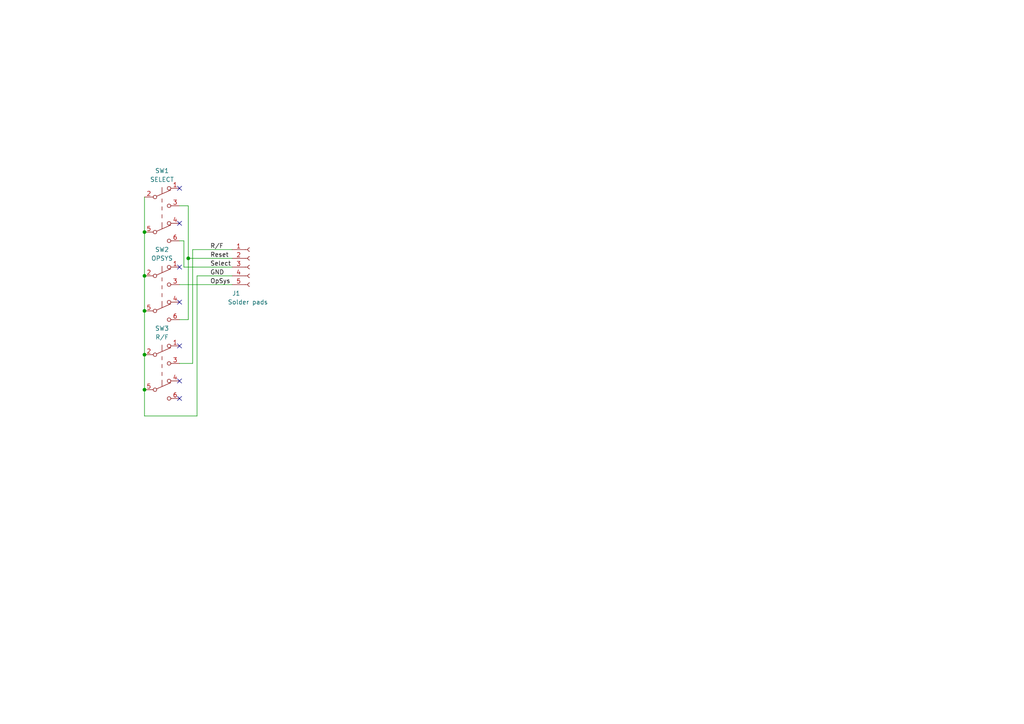
<source format=kicad_sch>
(kicad_sch (version 20211123) (generator eeschema)
  (paper "A4")
  (lib_symbols
    (symbol "Connector:Conn_01x05_Female" (pin_names (offset 1.016) hide)
      (property "Reference" "J" (at 0 7.62 0))
      (property "Value" "Conn_01x05_Female" (at 0 -7.62 0))
      (symbol "Conn_01x05_Female_1_1"
        (arc (start 0 -4.572) (mid -0.508 -5.08) (end 0 -5.588) (stroke (width 0.1524)))
        (arc (start 0 -2.032) (mid -0.508 -2.54) (end 0 -3.048) (stroke (width 0.1524)))
        (polyline (pts (xy -1.27 -5.08) (xy -0.508 -5.08)) (stroke (width 0.1524)))
        (polyline (pts (xy -1.27 -2.54) (xy -0.508 -2.54)) (stroke (width 0.1524)))
        (polyline (pts (xy -1.27 0) (xy -0.508 0)) (stroke (width 0.1524)))
        (polyline (pts (xy -1.27 2.54) (xy -0.508 2.54)) (stroke (width 0.1524)))
        (polyline (pts (xy -1.27 5.08) (xy -0.508 5.08)) (stroke (width 0.1524)))
        (arc (start 0 0.508) (mid -0.508 0) (end 0 -0.508) (stroke (width 0.1524)))
        (arc (start 0 3.048) (mid -0.508 2.54) (end 0 2.032) (stroke (width 0.1524)))
        (arc (start 0 5.588) (mid -0.508 5.08) (end 0 4.572) (stroke (width 0.1524)))
        (pin passive line (at -5.08 5.08 0) (length 3.81) (name "Pin_1") (number "1"))
        (pin passive line (at -5.08 2.54 0) (length 3.81) (name "Pin_2") (number "2"))
        (pin passive line (at -5.08 0 0) (length 3.81) (name "Pin_3") (number "3"))
        (pin passive line (at -5.08 -2.54 0) (length 3.81) (name "Pin_4") (number "4"))
        (pin passive line (at -5.08 -5.08 0) (length 3.81) (name "Pin_5") (number "5"))
      )
    )
    (symbol "Switch:SW_Push_DPDT" (pin_names (offset 0) hide)
      (property "Reference" "SW" (at 0 8.89 0))
      (property "Value" "SW_Push_DPDT" (at 0 -10.16 0))
      (symbol "SW_Push_DPDT_0_0"
        (circle (center -2.032 -5.08) (radius 0.508))
        (circle (center -2.032 5.08) (radius 0.508))
        (circle (center 2.032 -7.62) (radius 0.508))
        (circle (center 2.032 2.54) (radius 0.508))
      )
      (symbol "SW_Push_DPDT_0_1"
        (polyline (pts (xy -1.524 -4.826) (xy 2.54 -3.048)))
        (polyline (pts (xy -1.524 5.334) (xy 2.54 7.112)))
        (polyline (pts (xy 0 -2.286) (xy 0 -4.064)))
        (polyline (pts (xy 0 -1.016) (xy 0 0)))
        (polyline (pts (xy 0 1.27) (xy 0 2.286)))
        (polyline (pts (xy 0 3.556) (xy 0 4.572)))
        (polyline (pts (xy 0 7.874) (xy 0 6.096)))
        (circle (center 2.032 -2.54) (radius 0.508))
        (circle (center 2.032 7.62) (radius 0.508))
      )
      (symbol "SW_Push_DPDT_1_1"
        (pin passive line (at 5.08 7.62 180) (length 2.54) (name "A") (number "1"))
        (pin passive line (at -5.08 5.08 0) (length 2.54) (name "B") (number "2"))
        (pin passive line (at 5.08 2.54 180) (length 2.54) (name "C") (number "3"))
        (pin passive line (at 5.08 -2.54 180) (length 2.54) (name "A") (number "4"))
        (pin passive line (at -5.08 -5.08 0) (length 2.54) (name "B") (number "5"))
        (pin passive line (at 5.08 -7.62 180) (length 2.54) (name "C") (number "6"))
      )
    )
  )
  (junction (at 41.91 80.01))
  (junction (at 41.91 67.31))
  (junction (at 41.91 102.87))
  (junction (at 41.91 113.03))
  (junction (at 41.91 90.17))
  (junction (at 54.61 74.93))
  (no_connect (at 52.07 64.77))
  (no_connect (at 52.07 54.61))
  (no_connect (at 52.07 87.63))
  (no_connect (at 52.07 100.33))
  (no_connect (at 52.07 77.47))
  (no_connect (at 52.07 110.49))
  (no_connect (at 52.07 115.57))
  (wire (pts (xy 54.61 59.69) (xy 54.61 74.93)))
  (wire (pts (xy 54.61 74.93) (xy 54.61 92.71)))
  (wire (pts (xy 52.07 59.69) (xy 54.61 59.69)))
  (wire (pts (xy 52.07 82.55) (xy 67.31 82.55)))
  (wire (pts (xy 41.91 90.17) (xy 41.91 102.87)))
  (wire (pts (xy 41.91 113.03) (xy 41.91 120.65)))
  (wire (pts (xy 53.34 77.47) (xy 67.31 77.47)))
  (wire (pts (xy 54.61 92.71) (xy 52.07 92.71)))
  (wire (pts (xy 67.31 72.39) (xy 55.88 72.39)))
  (wire (pts (xy 41.91 67.31) (xy 41.91 80.01)))
  (wire (pts (xy 55.88 72.39) (xy 55.88 105.41)))
  (wire (pts (xy 41.91 102.87) (xy 41.91 113.03)))
  (wire (pts (xy 67.31 80.01) (xy 57.15 80.01)))
  (wire (pts (xy 41.91 57.15) (xy 41.91 67.31)))
  (wire (pts (xy 57.15 120.65) (xy 41.91 120.65)))
  (wire (pts (xy 54.61 74.93) (xy 67.31 74.93)))
  (wire (pts (xy 57.15 80.01) (xy 57.15 120.65)))
  (wire (pts (xy 41.91 80.01) (xy 41.91 90.17)))
  (wire (pts (xy 52.07 69.85) (xy 53.34 69.85)))
  (wire (pts (xy 53.34 69.85) (xy 53.34 77.47)))
  (wire (pts (xy 52.07 105.41) (xy 55.88 105.41)))
  (label "OpSys" (at 60.96 82.55 0))
  (label "Reset" (at 60.96 74.93 0))
  (label "GND" (at 60.96 80.01 0))
  (label "R{slash}F" (at 60.96 72.39 0))
  (label "Select" (at 60.96 77.47 0))
  (symbol (lib_id "Switch:SW_Push_DPDT") (at 46.99 62.23 0) (unit 1)
    (property "Reference" "SW1" (at 46.99 49.53 0))
    (property "Value" "SELECT" (at 46.99 52.07 0))
    (property "Footprint" "Button_Switch_THT:SW_Push_2P2T_Toggle_CK_PVA2xxH1xxxxxxV2" (effects hide))
  )
  (symbol (lib_id "Switch:SW_Push_DPDT") (at 46.99 85.09 0) (unit 1)
    (property "Reference" "SW2" (at 46.99 72.39 0))
    (property "Value" "OPSYS" (at 46.99 74.93 0))
    (property "Footprint" "Button_Switch_THT:SW_Push_2P2T_Toggle_CK_PVA2xxH1xxxxxxV2" (effects hide))
  )
  (symbol (lib_id "Switch:SW_Push_DPDT") (at 46.99 107.95 0) (unit 1)
    (property "Reference" "SW3" (at 46.99 95.25 0))
    (property "Value" "R/F" (at 46.99 97.79 0))
    (property "Footprint" "Button_Switch_THT:SW_Push_2P2T_Toggle_CK_PVA2xxH1xxxxxxV2" (effects hide))
  )
  (symbol (lib_id "Connector:Conn_01x05_Female") (at 72.39 77.47 0) (unit 1)
    (property "Reference" "J1" (at 67.31 85.09 0) (effects (justify left)))
    (property "Value" "Solder pads" (at 66.04 87.63 0) (effects (justify left)))
    (property "Footprint" "Connector_Wire:SolderWire-0.75sqmm_1x05_P7mm_D1.25mm_OD3.5mm" (effects hide))
  )
)
</source>
